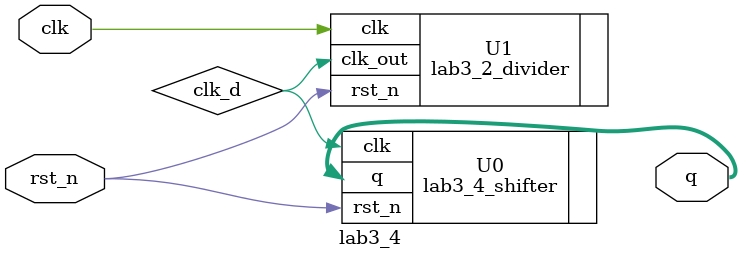
<source format=v>
`timescale 1ns / 1ps


module lab3_4(q, clk, rst_n);

output [7:0] q;
input clk;
input rst_n;

wire clk_d;
wire [7:0] q;

lab3_4_shifter U0(.q(q), .clk(clk_d), .rst_n(rst_n));
lab3_2_divider U1(.clk_out(clk_d), .clk(clk), .rst_n(rst_n));

endmodule

</source>
